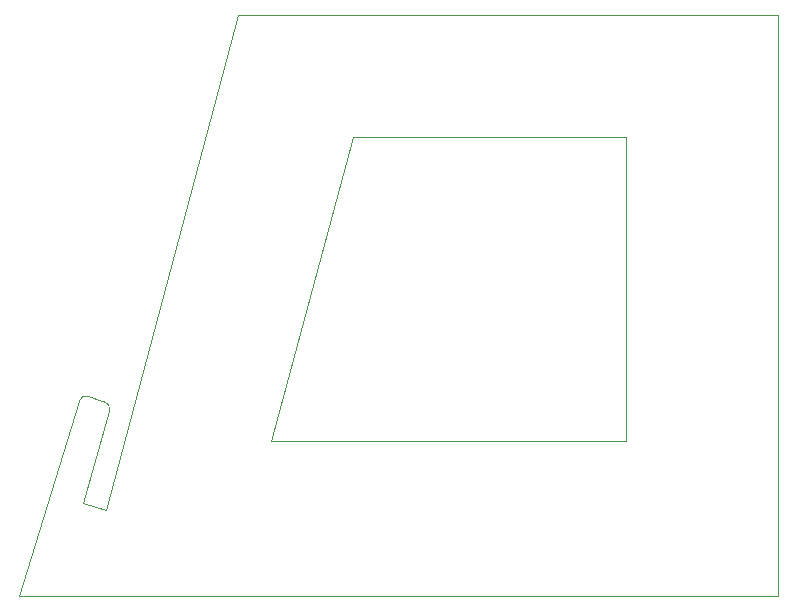
<source format=gbr>
%TF.GenerationSoftware,KiCad,Pcbnew,(5.1.10)-1*%
%TF.CreationDate,2021-09-09T07:46:21-05:00*%
%TF.ProjectId,Pivot_stand,5069766f-745f-4737-9461-6e642e6b6963,rev?*%
%TF.SameCoordinates,Original*%
%TF.FileFunction,Profile,NP*%
%FSLAX46Y46*%
G04 Gerber Fmt 4.6, Leading zero omitted, Abs format (unit mm)*
G04 Created by KiCad (PCBNEW (5.1.10)-1) date 2021-09-09 07:46:21*
%MOMM*%
%LPD*%
G01*
G04 APERTURE LIST*
%TA.AperFunction,Profile*%
%ADD10C,0.050000*%
%TD*%
G04 APERTURE END LIST*
D10*
X139903200Y-110388400D02*
X163017200Y-110388400D01*
X132943600Y-136144000D02*
X139903200Y-110388400D01*
X163017200Y-136144000D02*
X132943600Y-136144000D01*
X163017200Y-110388400D02*
X163017200Y-136144000D01*
X118823883Y-132826782D02*
G75*
G02*
X119227600Y-133604000I-155083J-574018D01*
G01*
X116672382Y-132788517D02*
G75*
G02*
X117449600Y-132384800I574018J-155083D01*
G01*
X175869600Y-100076000D02*
X130149600Y-100076000D01*
X117043200Y-141376400D02*
X119227600Y-133604000D01*
X118973600Y-142036800D02*
X117043200Y-141376400D01*
X175818800Y-143408400D02*
X175818800Y-149301200D01*
X175818800Y-143408400D02*
X175818800Y-141579600D01*
X175818800Y-141579600D02*
X175869600Y-100076000D01*
X116672382Y-132788517D02*
X111607600Y-149301200D01*
X118823883Y-132826782D02*
X117449600Y-132384800D01*
X130149600Y-100076000D02*
X118973600Y-142036800D01*
X111607600Y-149301200D02*
X175818800Y-149301200D01*
M02*

</source>
